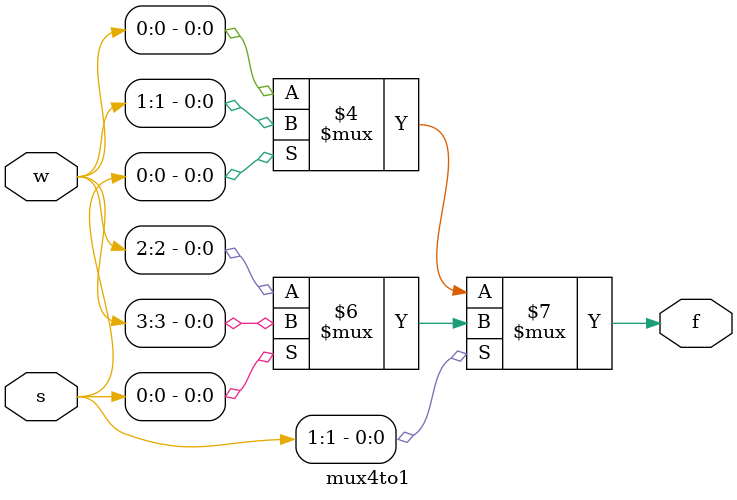
<source format=v>
module hierachialmux16to1(hw,hs,hf);
   input [15:0]hw;
   input [3:0]hs;
   output hf;
   wire [3:0]k;
   mux4to1 stage0(hw[3:0], hs[1:0], k[0]);
   mux4to1 stage1(hw[7:4], hs[1:0], k[1]);
   mux4to1 stage2(hw[11:8], hs[1:0], k[2]);
   mux4to1 stage3(hw[15:12], hs[1:0], k[3]);
   mux4to1 stage4(k[3:0], hs[3:2], hf);	
endmodule

module mux4to1(w,s,f);
   input [3:0]w;
   input [1:0]s;
   output f;
   reg f;
   reg [1:0]k;
   always @(w or s)
    begin 
      f=(s[1]==0)?((s[0]==0)?w[0]:w[1]):((s[0]==0)?w[2]:w[3]); 
    end
endmodule



</source>
